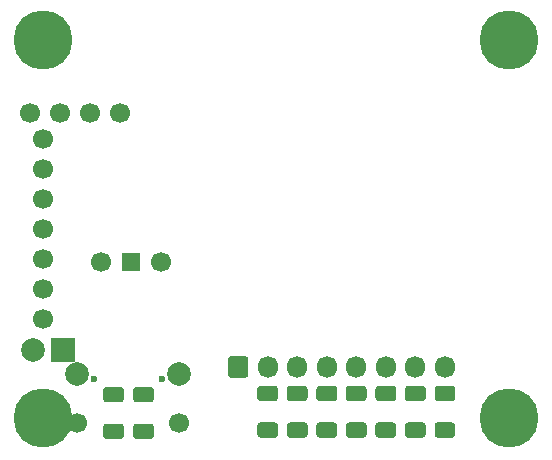
<source format=gbr>
%TF.GenerationSoftware,KiCad,Pcbnew,(5.1.9-0-10_14)*%
%TF.CreationDate,2021-03-09T10:31:21+00:00*%
%TF.ProjectId,OLED,4f4c4544-2e6b-4696-9361-645f70636258,rev?*%
%TF.SameCoordinates,Original*%
%TF.FileFunction,Soldermask,Bot*%
%TF.FilePolarity,Negative*%
%FSLAX46Y46*%
G04 Gerber Fmt 4.6, Leading zero omitted, Abs format (unit mm)*
G04 Created by KiCad (PCBNEW (5.1.9-0-10_14)) date 2021-03-09 10:31:21*
%MOMM*%
%LPD*%
G01*
G04 APERTURE LIST*
%ADD10C,2.000000*%
%ADD11R,2.000000X2.000000*%
%ADD12C,5.000000*%
%ADD13C,1.700000*%
%ADD14R,1.524000X1.524000*%
%ADD15O,1.700000X1.850000*%
%ADD16C,0.600000*%
G04 APERTURE END LIST*
D10*
%TO.C,J2*%
X91710000Y-91750000D03*
D11*
X94250000Y-91750000D03*
%TD*%
D12*
%TO.C,M2*%
X92500000Y-65500000D03*
X92500000Y-97500000D03*
X132000000Y-97500000D03*
X132000000Y-65500000D03*
D13*
X92500000Y-89120000D03*
X92500000Y-86580000D03*
X92500000Y-84040000D03*
X92500000Y-81500000D03*
X92500000Y-78960000D03*
X92500000Y-76420000D03*
X92500000Y-73880000D03*
%TD*%
%TO.C,R9*%
G36*
G01*
X125925000Y-97850000D02*
X127175000Y-97850000D01*
G75*
G02*
X127425000Y-98100000I0J-250000D01*
G01*
X127425000Y-98900000D01*
G75*
G02*
X127175000Y-99150000I-250000J0D01*
G01*
X125925000Y-99150000D01*
G75*
G02*
X125675000Y-98900000I0J250000D01*
G01*
X125675000Y-98100000D01*
G75*
G02*
X125925000Y-97850000I250000J0D01*
G01*
G37*
G36*
G01*
X125925000Y-94750000D02*
X127175000Y-94750000D01*
G75*
G02*
X127425000Y-95000000I0J-250000D01*
G01*
X127425000Y-95800000D01*
G75*
G02*
X127175000Y-96050000I-250000J0D01*
G01*
X125925000Y-96050000D01*
G75*
G02*
X125675000Y-95800000I0J250000D01*
G01*
X125675000Y-95000000D01*
G75*
G02*
X125925000Y-94750000I250000J0D01*
G01*
G37*
%TD*%
%TO.C,R8*%
G36*
G01*
X123425000Y-97850000D02*
X124675000Y-97850000D01*
G75*
G02*
X124925000Y-98100000I0J-250000D01*
G01*
X124925000Y-98900000D01*
G75*
G02*
X124675000Y-99150000I-250000J0D01*
G01*
X123425000Y-99150000D01*
G75*
G02*
X123175000Y-98900000I0J250000D01*
G01*
X123175000Y-98100000D01*
G75*
G02*
X123425000Y-97850000I250000J0D01*
G01*
G37*
G36*
G01*
X123425000Y-94750000D02*
X124675000Y-94750000D01*
G75*
G02*
X124925000Y-95000000I0J-250000D01*
G01*
X124925000Y-95800000D01*
G75*
G02*
X124675000Y-96050000I-250000J0D01*
G01*
X123425000Y-96050000D01*
G75*
G02*
X123175000Y-95800000I0J250000D01*
G01*
X123175000Y-95000000D01*
G75*
G02*
X123425000Y-94750000I250000J0D01*
G01*
G37*
%TD*%
%TO.C,R7*%
G36*
G01*
X120925000Y-97850000D02*
X122175000Y-97850000D01*
G75*
G02*
X122425000Y-98100000I0J-250000D01*
G01*
X122425000Y-98900000D01*
G75*
G02*
X122175000Y-99150000I-250000J0D01*
G01*
X120925000Y-99150000D01*
G75*
G02*
X120675000Y-98900000I0J250000D01*
G01*
X120675000Y-98100000D01*
G75*
G02*
X120925000Y-97850000I250000J0D01*
G01*
G37*
G36*
G01*
X120925000Y-94750000D02*
X122175000Y-94750000D01*
G75*
G02*
X122425000Y-95000000I0J-250000D01*
G01*
X122425000Y-95800000D01*
G75*
G02*
X122175000Y-96050000I-250000J0D01*
G01*
X120925000Y-96050000D01*
G75*
G02*
X120675000Y-95800000I0J250000D01*
G01*
X120675000Y-95000000D01*
G75*
G02*
X120925000Y-94750000I250000J0D01*
G01*
G37*
%TD*%
%TO.C,R6*%
G36*
G01*
X118425000Y-97850000D02*
X119675000Y-97850000D01*
G75*
G02*
X119925000Y-98100000I0J-250000D01*
G01*
X119925000Y-98900000D01*
G75*
G02*
X119675000Y-99150000I-250000J0D01*
G01*
X118425000Y-99150000D01*
G75*
G02*
X118175000Y-98900000I0J250000D01*
G01*
X118175000Y-98100000D01*
G75*
G02*
X118425000Y-97850000I250000J0D01*
G01*
G37*
G36*
G01*
X118425000Y-94750000D02*
X119675000Y-94750000D01*
G75*
G02*
X119925000Y-95000000I0J-250000D01*
G01*
X119925000Y-95800000D01*
G75*
G02*
X119675000Y-96050000I-250000J0D01*
G01*
X118425000Y-96050000D01*
G75*
G02*
X118175000Y-95800000I0J250000D01*
G01*
X118175000Y-95000000D01*
G75*
G02*
X118425000Y-94750000I250000J0D01*
G01*
G37*
%TD*%
%TO.C,R5*%
G36*
G01*
X115925000Y-97850000D02*
X117175000Y-97850000D01*
G75*
G02*
X117425000Y-98100000I0J-250000D01*
G01*
X117425000Y-98900000D01*
G75*
G02*
X117175000Y-99150000I-250000J0D01*
G01*
X115925000Y-99150000D01*
G75*
G02*
X115675000Y-98900000I0J250000D01*
G01*
X115675000Y-98100000D01*
G75*
G02*
X115925000Y-97850000I250000J0D01*
G01*
G37*
G36*
G01*
X115925000Y-94750000D02*
X117175000Y-94750000D01*
G75*
G02*
X117425000Y-95000000I0J-250000D01*
G01*
X117425000Y-95800000D01*
G75*
G02*
X117175000Y-96050000I-250000J0D01*
G01*
X115925000Y-96050000D01*
G75*
G02*
X115675000Y-95800000I0J250000D01*
G01*
X115675000Y-95000000D01*
G75*
G02*
X115925000Y-94750000I250000J0D01*
G01*
G37*
%TD*%
%TO.C,R4*%
G36*
G01*
X113425000Y-97850000D02*
X114675000Y-97850000D01*
G75*
G02*
X114925000Y-98100000I0J-250000D01*
G01*
X114925000Y-98900000D01*
G75*
G02*
X114675000Y-99150000I-250000J0D01*
G01*
X113425000Y-99150000D01*
G75*
G02*
X113175000Y-98900000I0J250000D01*
G01*
X113175000Y-98100000D01*
G75*
G02*
X113425000Y-97850000I250000J0D01*
G01*
G37*
G36*
G01*
X113425000Y-94750000D02*
X114675000Y-94750000D01*
G75*
G02*
X114925000Y-95000000I0J-250000D01*
G01*
X114925000Y-95800000D01*
G75*
G02*
X114675000Y-96050000I-250000J0D01*
G01*
X113425000Y-96050000D01*
G75*
G02*
X113175000Y-95800000I0J250000D01*
G01*
X113175000Y-95000000D01*
G75*
G02*
X113425000Y-94750000I250000J0D01*
G01*
G37*
%TD*%
%TO.C,R3*%
G36*
G01*
X110925000Y-97850000D02*
X112175000Y-97850000D01*
G75*
G02*
X112425000Y-98100000I0J-250000D01*
G01*
X112425000Y-98900000D01*
G75*
G02*
X112175000Y-99150000I-250000J0D01*
G01*
X110925000Y-99150000D01*
G75*
G02*
X110675000Y-98900000I0J250000D01*
G01*
X110675000Y-98100000D01*
G75*
G02*
X110925000Y-97850000I250000J0D01*
G01*
G37*
G36*
G01*
X110925000Y-94750000D02*
X112175000Y-94750000D01*
G75*
G02*
X112425000Y-95000000I0J-250000D01*
G01*
X112425000Y-95800000D01*
G75*
G02*
X112175000Y-96050000I-250000J0D01*
G01*
X110925000Y-96050000D01*
G75*
G02*
X110675000Y-95800000I0J250000D01*
G01*
X110675000Y-95000000D01*
G75*
G02*
X110925000Y-94750000I250000J0D01*
G01*
G37*
%TD*%
%TO.C,M3*%
X99020000Y-71650000D03*
X96480000Y-71650000D03*
X93940000Y-71650000D03*
X91400000Y-71650000D03*
%TD*%
%TO.C,R2*%
G36*
G01*
X97865000Y-97950000D02*
X99115000Y-97950000D01*
G75*
G02*
X99365000Y-98200000I0J-250000D01*
G01*
X99365000Y-99000000D01*
G75*
G02*
X99115000Y-99250000I-250000J0D01*
G01*
X97865000Y-99250000D01*
G75*
G02*
X97615000Y-99000000I0J250000D01*
G01*
X97615000Y-98200000D01*
G75*
G02*
X97865000Y-97950000I250000J0D01*
G01*
G37*
G36*
G01*
X97865000Y-94850000D02*
X99115000Y-94850000D01*
G75*
G02*
X99365000Y-95100000I0J-250000D01*
G01*
X99365000Y-95900000D01*
G75*
G02*
X99115000Y-96150000I-250000J0D01*
G01*
X97865000Y-96150000D01*
G75*
G02*
X97615000Y-95900000I0J250000D01*
G01*
X97615000Y-95100000D01*
G75*
G02*
X97865000Y-94850000I250000J0D01*
G01*
G37*
%TD*%
%TO.C,R1*%
G36*
G01*
X100405000Y-97950000D02*
X101655000Y-97950000D01*
G75*
G02*
X101905000Y-98200000I0J-250000D01*
G01*
X101905000Y-99000000D01*
G75*
G02*
X101655000Y-99250000I-250000J0D01*
G01*
X100405000Y-99250000D01*
G75*
G02*
X100155000Y-99000000I0J250000D01*
G01*
X100155000Y-98200000D01*
G75*
G02*
X100405000Y-97950000I250000J0D01*
G01*
G37*
G36*
G01*
X100405000Y-94850000D02*
X101655000Y-94850000D01*
G75*
G02*
X101905000Y-95100000I0J-250000D01*
G01*
X101905000Y-95900000D01*
G75*
G02*
X101655000Y-96150000I-250000J0D01*
G01*
X100405000Y-96150000D01*
G75*
G02*
X100155000Y-95900000I0J250000D01*
G01*
X100155000Y-95100000D01*
G75*
G02*
X100405000Y-94850000I250000J0D01*
G01*
G37*
%TD*%
%TO.C,M1*%
X102560000Y-84230000D03*
D14*
X100020000Y-84230000D03*
D13*
X97480000Y-84230000D03*
%TD*%
D15*
%TO.C,J3*%
X126550000Y-93150000D03*
X124050000Y-93150000D03*
X121550000Y-93150000D03*
X119050000Y-93150000D03*
X116550000Y-93150000D03*
X114050000Y-93150000D03*
X111550000Y-93150000D03*
G36*
G01*
X108200000Y-93825000D02*
X108200000Y-92475000D01*
G75*
G02*
X108450000Y-92225000I250000J0D01*
G01*
X109650000Y-92225000D01*
G75*
G02*
X109900000Y-92475000I0J-250000D01*
G01*
X109900000Y-93825000D01*
G75*
G02*
X109650000Y-94075000I-250000J0D01*
G01*
X108450000Y-94075000D01*
G75*
G02*
X108200000Y-93825000I0J250000D01*
G01*
G37*
%TD*%
D13*
%TO.C,J1*%
X104075000Y-97905000D03*
X95425000Y-97905000D03*
D10*
X104075000Y-93725000D03*
X95425000Y-93725000D03*
D16*
X102640000Y-94205000D03*
X96860000Y-94205000D03*
%TD*%
M02*

</source>
